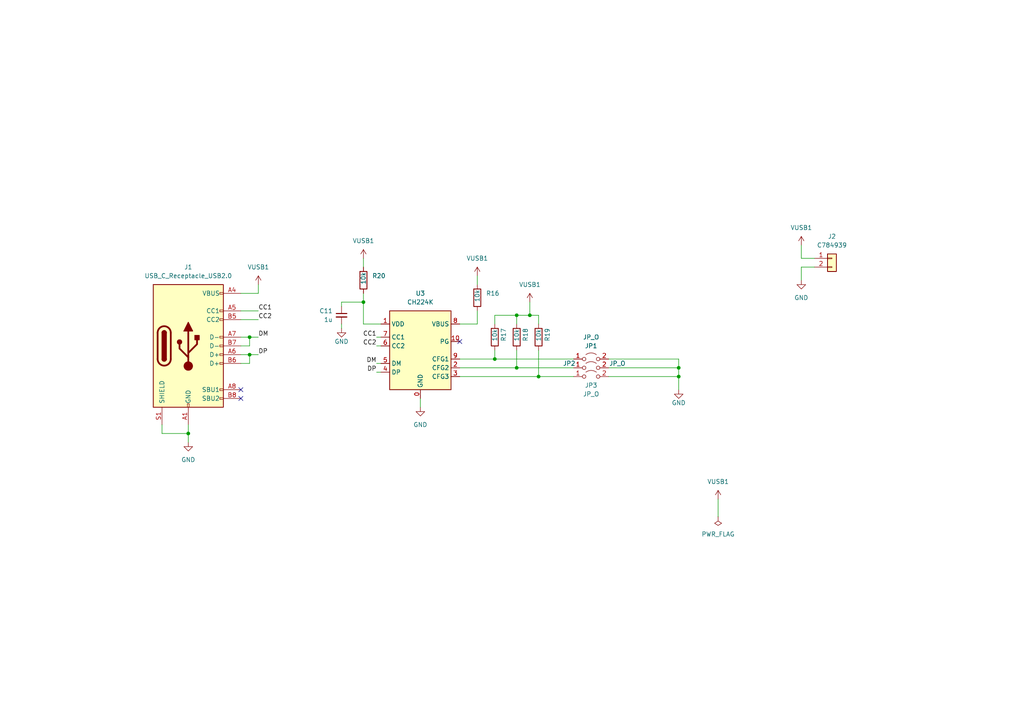
<source format=kicad_sch>
(kicad_sch (version 20230121) (generator eeschema)
  (paper "A4")
  (lib_symbols
    (symbol "Connector:USB_C_Receptacle_USB2.0" (pin_names (offset 1.016))
      (property "Reference" "J" (at -10.16 19.05 0))
      (property "Value" "USB_C_Receptacle_USB2.0" (at 19.05 19.05 0))
      (symbol "USB_C_Receptacle_USB2.0_0_0"
        (rectangle (start -0.254 -17.78) (end 0.254 -16.764))
        (rectangle (start 10.16 -14.986) (end 9.144 -15.494))
        (rectangle (start 10.16 -12.446) (end 9.144 -12.954))
        (rectangle (start 10.16 -4.826) (end 9.144 -5.334))
        (rectangle (start 10.16 -2.286) (end 9.144 -2.794))
        (rectangle (start 10.16 0.254) (end 9.144 -0.254))
        (rectangle (start 10.16 2.794) (end 9.144 2.286))
        (rectangle (start 10.16 7.874) (end 9.144 7.366))
        (rectangle (start 10.16 10.414) (end 9.144 9.906))
        (rectangle (start 10.16 15.494) (end 9.144 14.986))
      )
      (symbol "USB_C_Receptacle_USB2.0_0_1"
        (rectangle (start -10.16 17.78) (end 10.16 -17.78) (stroke (width 0.254)) (fill (type background)))
        (arc (start -8.89 -3.81) (mid -6.985 -5.7067) (end -5.08 -3.81) (stroke (width 0.508)))
        (arc (start -7.62 -3.81) (mid -6.985 -4.4423) (end -6.35 -3.81) (stroke (width 0.254)))
        (arc (start -7.62 -3.81) (mid -6.985 -4.4423) (end -6.35 -3.81) (stroke (width 0.254)) (fill (type outline)))
        (rectangle (start -7.62 -3.81) (end -6.35 3.81) (stroke (width 0.254)) (fill (type outline)))
        (arc (start -6.35 3.81) (mid -6.985 4.4423) (end -7.62 3.81) (stroke (width 0.254)))
        (arc (start -6.35 3.81) (mid -6.985 4.4423) (end -7.62 3.81) (stroke (width 0.254)) (fill (type outline)))
        (arc (start -5.08 3.81) (mid -6.985 5.7067) (end -8.89 3.81) (stroke (width 0.508)))
        (circle (center -2.54 1.143) (radius 0.635) (stroke (width 0.254)) (fill (type outline)))
        (circle (center 0 -5.842) (radius 1.27) (fill (type outline)))
        (polyline (pts (xy -8.89 -3.81) (xy -8.89 3.81)) (stroke (width 0.508)))
        (polyline (pts (xy -5.08 3.81) (xy -5.08 -3.81)) (stroke (width 0.508)))
        (polyline (pts (xy 0 -5.842) (xy 0 4.318)) (stroke (width 0.508)))
        (polyline (pts (xy 0 -3.302) (xy -2.54 -0.762) (xy -2.54 0.508)) (stroke (width 0.508)))
        (polyline (pts (xy 0 -2.032) (xy 2.54 0.508) (xy 2.54 1.778)) (stroke (width 0.508)))
        (polyline (pts (xy -1.27 4.318) (xy 0 6.858) (xy 1.27 4.318) (xy -1.27 4.318)) (stroke (width 0.254)) (fill (type outline)))
        (rectangle (start 1.905 1.778) (end 3.175 3.048) (stroke (width 0.254)) (fill (type outline)))
      )
      (symbol "USB_C_Receptacle_USB2.0_1_1"
        (pin passive line (at 0 -22.86 90) (length 5.08) (name "GND") (number "A1"))
        (pin passive line (at 0 -22.86 90) (length 5.08) hide (name "GND") (number "A12"))
        (pin passive line (at 15.24 15.24 180) (length 5.08) (name "VBUS") (number "A4"))
        (pin bidirectional line (at 15.24 10.16 180) (length 5.08) (name "CC1") (number "A5"))
        (pin bidirectional line (at 15.24 -2.54 180) (length 5.08) (name "D+") (number "A6"))
        (pin bidirectional line (at 15.24 2.54 180) (length 5.08) (name "D-") (number "A7"))
        (pin bidirectional line (at 15.24 -12.7 180) (length 5.08) (name "SBU1") (number "A8"))
        (pin passive line (at 15.24 15.24 180) (length 5.08) hide (name "VBUS") (number "A9"))
        (pin passive line (at 0 -22.86 90) (length 5.08) hide (name "GND") (number "B1"))
        (pin passive line (at 0 -22.86 90) (length 5.08) hide (name "GND") (number "B12"))
        (pin passive line (at 15.24 15.24 180) (length 5.08) hide (name "VBUS") (number "B4"))
        (pin bidirectional line (at 15.24 7.62 180) (length 5.08) (name "CC2") (number "B5"))
        (pin bidirectional line (at 15.24 -5.08 180) (length 5.08) (name "D+") (number "B6"))
        (pin bidirectional line (at 15.24 0 180) (length 5.08) (name "D-") (number "B7"))
        (pin bidirectional line (at 15.24 -15.24 180) (length 5.08) (name "SBU2") (number "B8"))
        (pin passive line (at 15.24 15.24 180) (length 5.08) hide (name "VBUS") (number "B9"))
        (pin passive line (at -7.62 -22.86 90) (length 5.08) (name "SHIELD") (number "S1"))
      )
    )
    (symbol "Connector_Generic:Conn_01x02" (pin_names (offset 1.016) hide)
      (property "Reference" "J" (at 0 2.54 0))
      (property "Value" "Conn_01x02" (at 0 -5.08 0))
      (symbol "Conn_01x02_1_1"
        (rectangle (start -1.27 -2.413) (end 0 -2.667) (stroke (width 0.1524)))
        (rectangle (start -1.27 0.127) (end 0 -0.127) (stroke (width 0.1524)))
        (rectangle (start -1.27 1.27) (end 1.27 -3.81) (stroke (width 0.254)) (fill (type background)))
        (pin passive line (at -5.08 0 0) (length 3.81) (name "Pin_1") (number "1"))
        (pin passive line (at -5.08 -2.54 0) (length 3.81) (name "Pin_2") (number "2"))
      )
    )
    (symbol "Device:C_Small" (pin_numbers hide) (pin_names (offset 0.254) hide)
      (property "Reference" "C" (at 0.254 1.778 0))
      (property "Value" "C_Small" (at 0.254 -2.032 0))
      (symbol "C_Small_0_1"
        (polyline (pts (xy -1.524 -0.508) (xy 1.524 -0.508)) (stroke (width 0.3302)))
        (polyline (pts (xy -1.524 0.508) (xy 1.524 0.508)) (stroke (width 0.3048)))
      )
      (symbol "C_Small_1_1"
        (pin passive line (at 0 2.54 270) (length 2.032) (name "~") (number "1"))
        (pin passive line (at 0 -2.54 90) (length 2.032) (name "~") (number "2"))
      )
    )
    (symbol "Device:R" (pin_numbers hide) (pin_names (offset 0))
      (property "Reference" "R" (at 2.032 0 90))
      (property "Value" "R" (at 0 0 90))
      (symbol "R_0_1"
        (rectangle (start -1.016 -2.54) (end 1.016 2.54) (stroke (width 0.254)))
      )
      (symbol "R_1_1"
        (pin passive line (at 0 3.81 270) (length 1.27) (name "~") (number "1"))
        (pin passive line (at 0 -3.81 90) (length 1.27) (name "~") (number "2"))
      )
    )
    (symbol "Jumper:Jumper_2_Open" (pin_names (offset 0) hide)
      (property "Reference" "JP" (at 0 2.794 0))
      (property "Value" "Jumper_2_Open" (at 0 -2.286 0))
      (symbol "Jumper_2_Open_0_0"
        (circle (center -2.032 0) (radius 0.508))
        (circle (center 2.032 0) (radius 0.508))
      )
      (symbol "Jumper_2_Open_0_1"
        (arc (start 1.524 1.27) (mid 0 1.778) (end -1.524 1.27))
      )
      (symbol "Jumper_2_Open_1_1"
        (pin passive line (at -5.08 0 0) (length 2.54) (name "A") (number "1"))
        (pin passive line (at 5.08 0 180) (length 2.54) (name "B") (number "2"))
      )
    )
    (symbol "PowerFlags:VUSB1" (power) (in_bom no) (on_board no)
      (property "Value" "VUSB1" (at 0 3.81 0))
      (symbol "VUSB1_0_1"
        (polyline (pts (xy -0.762 1.27) (xy 0 2.54)))
        (polyline (pts (xy 0 0) (xy 0 2.54)))
        (polyline (pts (xy 0 2.54) (xy 0.762 1.27)))
      )
      (symbol "VUSB1_1_1"
        (pin power_in line (at 0 0 90) (length 0) hide (name "VUSB1") (number "1"))
      )
    )
    (symbol "USB_PD_WCH:CH224K"
      (property "Reference" "U" (at -6.35 8.89 0))
      (property "Value" "CH224K" (at 3.81 8.89 0))
      (symbol "CH224K_0_1"
        (rectangle (start -8.89 7.62) (end 8.89 -15.24) (stroke (width 0.254)) (fill (type background)))
      )
      (symbol "CH224K_1_1"
        (pin power_in line (at 0 -17.78 90) (length 2.54) (name "GND") (number "0"))
        (pin power_in line (at -11.43 3.81 0) (length 2.54) (name "VDD") (number "1"))
        (pin input line (at 11.43 -1.27 180) (length 2.54) (name "PG") (number "10"))
        (pin bidirectional line (at 11.43 -8.89 180) (length 2.54) (name "CFG2") (number "2"))
        (pin bidirectional line (at 11.43 -11.43 180) (length 2.54) (name "CFG3") (number "3"))
        (pin bidirectional line (at -11.43 -10.16 0) (length 2.54) (name "DP") (number "4"))
        (pin bidirectional line (at -11.43 -7.62 0) (length 2.54) (name "DM") (number "5"))
        (pin bidirectional line (at -11.43 -2.54 0) (length 2.54) (name "CC2") (number "6"))
        (pin bidirectional line (at -11.43 0 0) (length 2.54) (name "CC1") (number "7"))
        (pin input line (at 11.43 3.81 180) (length 2.54) (name "VBUS") (number "8"))
        (pin bidirectional line (at 11.43 -6.35 180) (length 2.54) (name "CFG1") (number "9"))
      )
    )
    (symbol "power:GND" (power) (pin_names (offset 0))
      (property "Value" "GND" (at 0 -3.81 0))
      (symbol "GND_0_1"
        (polyline (pts (xy 0 0) (xy 0 -1.27) (xy 1.27 -1.27) (xy 0 -2.54) (xy -1.27 -1.27) (xy 0 -1.27)))
      )
      (symbol "GND_1_1"
        (pin power_in line (at 0 0 270) (length 0) hide (name "GND") (number "1"))
      )
    )
    (symbol "power:PWR_FLAG" (power) (pin_numbers hide) (pin_names (offset 0) hide)
      (property "Value" "PWR_FLAG" (at 0 3.81 0))
      (symbol "PWR_FLAG_0_0"
        (pin power_out line (at 0 0 90) (length 0) (name "pwr") (number "1"))
      )
      (symbol "PWR_FLAG_0_1"
        (polyline (pts (xy 0 0) (xy 0 1.27) (xy -1.016 1.905) (xy 0 2.54) (xy 1.016 1.905) (xy 0 1.27)))
      )
    )
  )
  (junction (at 153.67 91.44))
  (junction (at 72.39 97.79))
  (junction (at 54.61 125.73))
  (junction (at 72.39 102.87))
  (junction (at 156.21 109.22))
  (junction (at 196.85 109.22))
  (junction (at 105.41 87.63))
  (junction (at 149.86 91.44))
  (junction (at 196.85 106.68))
  (junction (at 149.86 106.68))
  (junction (at 143.51 104.14))
  (no_connect (at 69.85 113.03))
  (no_connect (at 133.35 99.06))
  (no_connect (at 69.85 115.57))
  (wire (pts (xy 99.06 88.9) (xy 99.06 87.63)))
  (wire (pts (xy 149.86 101.6) (xy 149.86 106.68)))
  (wire (pts (xy 176.53 104.14) (xy 196.85 104.14)))
  (wire (pts (xy 236.22 74.93) (xy 232.41 74.93)))
  (wire (pts (xy 109.22 100.33) (xy 110.49 100.33)))
  (wire (pts (xy 149.86 106.68) (xy 166.37 106.68)))
  (wire (pts (xy 72.39 105.41) (xy 72.39 102.87)))
  (wire (pts (xy 138.43 93.98) (xy 133.35 93.98)))
  (wire (pts (xy 232.41 77.47) (xy 232.41 81.28)))
  (wire (pts (xy 208.28 144.78) (xy 208.28 149.86)))
  (wire (pts (xy 74.93 85.09) (xy 69.85 85.09)))
  (wire (pts (xy 138.43 80.01) (xy 138.43 82.55)))
  (wire (pts (xy 105.41 74.93) (xy 105.41 77.47)))
  (wire (pts (xy 74.93 82.55) (xy 74.93 85.09)))
  (wire (pts (xy 105.41 87.63) (xy 105.41 93.98)))
  (wire (pts (xy 149.86 91.44) (xy 149.86 93.98)))
  (wire (pts (xy 72.39 97.79) (xy 74.93 97.79)))
  (wire (pts (xy 69.85 100.33) (xy 72.39 100.33)))
  (wire (pts (xy 138.43 90.17) (xy 138.43 93.98)))
  (wire (pts (xy 69.85 97.79) (xy 72.39 97.79)))
  (wire (pts (xy 72.39 100.33) (xy 72.39 97.79)))
  (wire (pts (xy 133.35 109.22) (xy 156.21 109.22)))
  (wire (pts (xy 46.99 123.19) (xy 46.99 125.73)))
  (wire (pts (xy 196.85 109.22) (xy 196.85 106.68)))
  (wire (pts (xy 156.21 109.22) (xy 166.37 109.22)))
  (wire (pts (xy 153.67 91.44) (xy 156.21 91.44)))
  (wire (pts (xy 153.67 87.63) (xy 153.67 91.44)))
  (wire (pts (xy 196.85 113.03) (xy 196.85 109.22)))
  (wire (pts (xy 99.06 87.63) (xy 105.41 87.63)))
  (wire (pts (xy 143.51 104.14) (xy 166.37 104.14)))
  (wire (pts (xy 143.51 93.98) (xy 143.51 91.44)))
  (wire (pts (xy 176.53 109.22) (xy 196.85 109.22)))
  (wire (pts (xy 156.21 101.6) (xy 156.21 109.22)))
  (wire (pts (xy 149.86 91.44) (xy 153.67 91.44)))
  (wire (pts (xy 109.22 105.41) (xy 110.49 105.41)))
  (wire (pts (xy 69.85 102.87) (xy 72.39 102.87)))
  (wire (pts (xy 99.06 93.98) (xy 99.06 95.25)))
  (wire (pts (xy 232.41 71.12) (xy 232.41 74.93)))
  (wire (pts (xy 105.41 85.09) (xy 105.41 87.63)))
  (wire (pts (xy 46.99 125.73) (xy 54.61 125.73)))
  (wire (pts (xy 69.85 105.41) (xy 72.39 105.41)))
  (wire (pts (xy 143.51 101.6) (xy 143.51 104.14)))
  (wire (pts (xy 133.35 106.68) (xy 149.86 106.68)))
  (wire (pts (xy 105.41 93.98) (xy 110.49 93.98)))
  (wire (pts (xy 176.53 106.68) (xy 196.85 106.68)))
  (wire (pts (xy 74.93 92.71) (xy 69.85 92.71)))
  (wire (pts (xy 133.35 104.14) (xy 143.51 104.14)))
  (wire (pts (xy 109.22 107.95) (xy 110.49 107.95)))
  (wire (pts (xy 232.41 77.47) (xy 236.22 77.47)))
  (wire (pts (xy 72.39 102.87) (xy 74.93 102.87)))
  (wire (pts (xy 109.22 97.79) (xy 110.49 97.79)))
  (wire (pts (xy 143.51 91.44) (xy 149.86 91.44)))
  (wire (pts (xy 156.21 91.44) (xy 156.21 93.98)))
  (wire (pts (xy 54.61 128.27) (xy 54.61 125.73)))
  (wire (pts (xy 54.61 125.73) (xy 54.61 123.19)))
  (wire (pts (xy 74.93 90.17) (xy 69.85 90.17)))
  (wire (pts (xy 121.92 115.57) (xy 121.92 118.11)))
  (wire (pts (xy 196.85 106.68) (xy 196.85 104.14)))
  (label "CC2" (at 109.22 100.33 180))
  (label "DM" (at 109.22 105.41 180))
  (label "DP" (at 109.22 107.95 180))
  (label "CC1" (at 109.22 97.79 180))
  (label "DP" (at 74.93 102.87 0))
  (label "CC1" (at 74.93 90.17 0))
  (label "CC2" (at 74.93 92.71 0))
  (label "DM" (at 74.93 97.79 0))
  (symbol (lib_id "power:GND") (at 232.41 81.28 0) (unit 1)
    (property "Reference" "#PWR046" (effects hide))
    (property "Value" "GND" (at 232.41 86.36 0))
    (instances (project "fuentes" (path "" (reference "#PWR046") (unit 1)) (path "" (reference "#PWR055") (unit 1))))
  )
  (symbol (lib_id "Device:R") (at 143.51 97.79 0) (unit 1)
    (property "Reference" "R17" (at 146.05 99.06 90) (effects (justify left)))
    (property "Value" "10k" (at 143.51 99.06 90) (effects (justify left)))
    (property "Footprint" "Resistor_SMD:R_0603_1608Metric" (effects hide))
  )
  (symbol (lib_id "USB_PD_WCH:CH224K") (at 121.92 97.79 0) (unit 1)
    (property "Reference" "U3" (at 121.92 85.09 0))
    (property "Value" "CH224K" (at 121.92 87.63 0))
    (property "Footprint" "Package_SO:SSOP-10_3.9x4.9mm_P1.00mm" (effects hide))
  )
  (symbol (lib_id "PowerFlags:VUSB1") (at 153.67 87.63 0) (unit 1) (in_bom no) (on_board no)
    (property "Reference" "#PWR030" (effects hide))
    (property "Value" "VUSB1" (at 153.67 82.55 0))
  )
  (symbol (lib_id "Jumper:Jumper_2_Open") (at 171.45 109.22 0) (unit 1)
    (property "Reference" "JP3" (at 171.45 111.76 0))
    (property "Value" "JP_O" (at 171.45 114.3 0))
    (property "Footprint" "Connector_PinHeader_2.54mm:PinHeader_2x01_P2.54mm_Vertical" (effects hide))
  )
  (symbol (lib_id "Device:R") (at 138.43 86.36 0) (unit 1)
    (property "Reference" "R16" (at 140.97 85.09 0) (effects (justify left)))
    (property "Value" "10k" (at 138.43 87.63 90) (effects (justify left)))
    (property "Footprint" "Resistor_SMD:R_0603_1608Metric" (effects hide))
  )
  (symbol (lib_id "Connector_Generic:Conn_01x02") (at 241.3 74.93 0) (unit 1)
    (property "Reference" "J2" (at 241.3 68.58 0))
    (property "Value" "C784939" (at 241.3 71.12 0))
    (property "Footprint" "PowerMOSFETs:XY119A-5.0-2P" (effects hide))
    (instances (project "fuentes" (path "" (reference "J2") (unit 1)) (path "" (reference "J6") (unit 1))))
  )
  (symbol (lib_id "PowerFlags:VUSB1") (at 105.41 74.93 0) (unit 1) (in_bom no) (on_board no)
    (property "Reference" "#PWR027" (effects hide))
    (property "Value" "VUSB1" (at 105.41 69.85 0))
  )
  (symbol (lib_id "PowerFlags:VUSB1") (at 138.43 80.01 0) (unit 1) (in_bom no) (on_board no)
    (property "Reference" "#PWR028" (effects hide))
    (property "Value" "VUSB1" (at 138.43 74.93 0))
  )
  (symbol (lib_id "PowerFlags:VUSB1") (at 208.28 144.78 0) (unit 1) (in_bom no) (on_board no)
    (property "Reference" "#PWR054" (effects hide))
    (property "Value" "VUSB1" (at 208.28 139.7 0))
  )
  (symbol (lib_id "Jumper:Jumper_2_Open") (at 171.45 104.14 0) (unit 1)
    (property "Reference" "JP1" (at 171.45 100.33 0))
    (property "Value" "JP_O" (at 171.45 97.79 0))
    (property "Footprint" "Connector_PinHeader_2.54mm:PinHeader_2x01_P2.54mm_Vertical" (effects hide))
  )
  (symbol (lib_id "PowerFlags:VUSB1") (at 232.41 71.12 0) (unit 1) (in_bom no) (on_board no)
    (property "Reference" "#PWR024" (effects hide))
    (property "Value" "VUSB1" (at 232.41 66.04 0))
  )
  (symbol (lib_id "Device:R") (at 156.21 97.79 0) (unit 1)
    (property "Reference" "R19" (at 158.75 99.06 90) (effects (justify left)))
    (property "Value" "10k" (at 156.21 99.06 90) (effects (justify left)))
    (property "Footprint" "Resistor_SMD:R_0603_1608Metric" (effects hide))
  )
  (symbol (lib_id "power:GND") (at 99.06 95.25 0) (unit 1)
    (property "Reference" "#PWR029" (effects hide))
    (property "Value" "GND" (at 99.06 99.06 0))
  )
  (symbol (lib_id "Jumper:Jumper_2_Open") (at 171.45 106.68 0) (unit 1)
    (property "Reference" "JP2" (at 165.1 105.41 0))
    (property "Value" "JP_O" (at 179.07 105.41 0))
    (property "Footprint" "Connector_PinHeader_2.54mm:PinHeader_2x01_P2.54mm_Vertical" (effects hide))
  )
  (symbol (lib_id "power:GND") (at 196.85 113.03 0) (unit 1)
    (property "Reference" "#PWR032" (effects hide))
    (property "Value" "GND" (at 196.85 116.84 0))
  )
  (symbol (lib_id "PowerFlags:VUSB1") (at 74.93 82.55 0) (unit 1) (in_bom no) (on_board no)
    (property "Reference" "#PWR033" (effects hide))
    (property "Value" "VUSB1" (at 74.93 77.47 0))
  )
  (symbol (lib_id "Device:C_Small") (at 99.06 91.44 0) (unit 1)
    (property "Reference" "C11" (at 96.52 90.1763 0) (effects (justify right)))
    (property "Value" "1u" (at 96.52 92.7163 0) (effects (justify right)))
    (property "Footprint" "Capacitor_SMD:C_0805_2012Metric" (effects hide))
  )
  (symbol (lib_id "power:GND") (at 54.61 128.27 0) (unit 1)
    (property "Reference" "#PWR026" (effects hide))
    (property "Value" "GND" (at 54.61 133.35 0))
  )
  (symbol (lib_id "Device:R") (at 149.86 97.79 0) (unit 1)
    (property "Reference" "R18" (at 152.4 99.06 90) (effects (justify left)))
    (property "Value" "10k" (at 149.86 99.06 90) (effects (justify left)))
    (property "Footprint" "Resistor_SMD:R_0603_1608Metric" (effects hide))
  )
  (symbol (lib_id "power:PWR_FLAG") (at 208.28 149.86 180) (unit 1)
    (property "Reference" "#FLG01" (effects hide))
    (property "Value" "PWR_FLAG" (at 208.28 154.94 0))
    (instances (project "fuentes" (path "" (reference "#FLG01") (unit 1)) (path "" (reference "#FLG04") (unit 1)) (path "" (reference "#FLG08") (unit 1))))
  )
  (symbol (lib_id "Connector:USB_C_Receptacle_USB2.0") (at 54.61 100.33 0) (unit 1)
    (property "Reference" "J1" (at 54.61 77.47 0))
    (property "Value" "USB_C_Receptacle_USB2.0" (at 54.61 80.01 0))
    (property "Footprint" "Connector_USB:USB_C_Receptacle_XKB_U262-16XN-4BVC11" (effects hide))
    (property "Datasheet" "https://www.usb.org/sites/default/files/documents/usb_type-c.zip" (effects hide))
  )
  (symbol (lib_id "power:GND") (at 121.92 118.11 0) (unit 1)
    (property "Reference" "#PWR025" (effects hide))
    (property "Value" "GND" (at 121.92 123.19 0))
  )
  (symbol (lib_id "Device:R") (at 105.41 81.28 0) (unit 1)
    (property "Reference" "R20" (at 107.95 80.01 0) (effects (justify left)))
    (property "Value" "10k" (at 105.41 82.55 90) (effects (justify left)))
    (property "Footprint" "Resistor_SMD:R_0603_1608Metric" (effects hide))
  )
)
</source>
